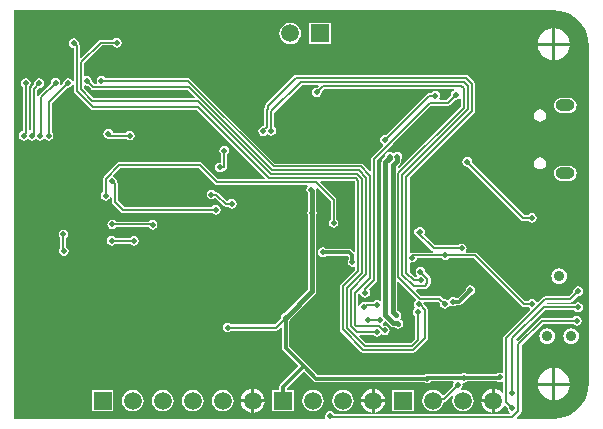
<source format=gbl>
G04*
G04 #@! TF.GenerationSoftware,Altium Limited,Altium Designer,19.0.14 (431)*
G04*
G04 Layer_Physical_Order=2*
G04 Layer_Color=16711680*
%FSAX25Y25*%
%MOIN*%
G70*
G01*
G75*
%ADD12C,0.01181*%
%ADD15C,0.00787*%
%ADD82C,0.00800*%
%ADD86C,0.00700*%
%ADD87C,0.01500*%
%ADD88R,0.05906X0.05906*%
%ADD89C,0.05906*%
%ADD90C,0.03543*%
%ADD91O,0.06299X0.03937*%
%ADD92C,0.01968*%
G36*
X0507344Y0420014D02*
X0507344Y0420014D01*
X0507344Y0420014D01*
X0509065Y0419878D01*
X0510834Y0419454D01*
X0512515Y0418758D01*
X0514066Y0417807D01*
X0515449Y0416626D01*
X0516630Y0415243D01*
X0517581Y0413692D01*
X0518277Y0412011D01*
X0518701Y0410243D01*
X0518837Y0408521D01*
X0518837Y0408521D01*
X0518837D01*
X0518841Y0408517D01*
X0518841Y0295349D01*
X0518837Y0295345D01*
X0518837Y0295345D01*
X0518837Y0295345D01*
X0518701Y0293624D01*
X0518277Y0291855D01*
X0517581Y0290174D01*
X0516630Y0288623D01*
X0515449Y0287240D01*
X0514066Y0286059D01*
X0512515Y0285108D01*
X0510834Y0284412D01*
X0509065Y0283988D01*
X0507344Y0283852D01*
X0507344Y0283852D01*
Y0283852D01*
X0507340Y0283848D01*
X0495065D01*
X0494874Y0284310D01*
X0496178Y0285614D01*
X0496399Y0285945D01*
X0496476Y0286335D01*
Y0308255D01*
X0503751Y0315529D01*
X0513716D01*
X0513798Y0315407D01*
X0514322Y0315056D01*
X0514940Y0314933D01*
X0515559Y0315056D01*
X0516083Y0315407D01*
X0516433Y0315931D01*
X0516556Y0316549D01*
X0516433Y0317167D01*
X0516083Y0317691D01*
X0515559Y0318041D01*
X0514940Y0318164D01*
X0514322Y0318041D01*
X0513798Y0317691D01*
X0513716Y0317568D01*
X0503328D01*
X0502938Y0317491D01*
X0502607Y0317270D01*
X0495169Y0309831D01*
X0494648Y0310017D01*
X0494608Y0310324D01*
X0504323Y0320038D01*
X0514099D01*
X0514181Y0319916D01*
X0514705Y0319566D01*
X0515323Y0319443D01*
X0515941Y0319566D01*
X0516465Y0319916D01*
X0516815Y0320440D01*
X0516938Y0321058D01*
X0516815Y0321676D01*
X0516465Y0322200D01*
X0515941Y0322550D01*
X0515323Y0322673D01*
X0514705Y0322550D01*
X0514181Y0322200D01*
X0514099Y0322077D01*
X0505377D01*
X0505110Y0322578D01*
X0505119Y0322591D01*
X0512653D01*
X0513044Y0322668D01*
X0513375Y0322889D01*
X0515277Y0324791D01*
X0515421Y0324763D01*
X0516039Y0324886D01*
X0516563Y0325236D01*
X0516914Y0325760D01*
X0517036Y0326378D01*
X0516914Y0326996D01*
X0516563Y0327520D01*
X0516039Y0327870D01*
X0515421Y0327993D01*
X0514803Y0327870D01*
X0514279Y0327520D01*
X0513929Y0326996D01*
X0513806Y0326378D01*
X0513835Y0326233D01*
X0512231Y0324630D01*
X0504227D01*
X0503837Y0324552D01*
X0503506Y0324331D01*
X0501935Y0322760D01*
X0501374Y0322906D01*
X0501111Y0323300D01*
X0500587Y0323650D01*
X0499968Y0323773D01*
X0499350Y0323650D01*
X0498826Y0323300D01*
X0498710Y0323126D01*
X0497602D01*
X0481756Y0338972D01*
X0481441Y0339182D01*
X0481071Y0339256D01*
X0478119D01*
X0477852Y0339756D01*
X0478036Y0340032D01*
X0478159Y0340650D01*
X0478036Y0341268D01*
X0477685Y0341792D01*
X0477161Y0342142D01*
X0476543Y0342265D01*
X0475925Y0342142D01*
X0475401Y0341792D01*
X0475315Y0341663D01*
X0467711D01*
X0463987Y0345387D01*
X0464158Y0345642D01*
X0464281Y0346260D01*
X0464158Y0346878D01*
X0463807Y0347402D01*
X0463283Y0347752D01*
X0462665Y0347875D01*
X0462047Y0347752D01*
X0461523Y0347402D01*
X0461400Y0347217D01*
X0461293Y0347196D01*
X0460965Y0346976D01*
X0460745Y0346648D01*
X0460668Y0346260D01*
X0460745Y0345872D01*
X0460965Y0345543D01*
X0466575Y0339933D01*
X0466840Y0339756D01*
X0466838Y0339509D01*
X0466757Y0339256D01*
X0460106D01*
X0459736Y0339182D01*
X0459648Y0339123D01*
X0459150Y0339418D01*
Y0364126D01*
X0480693Y0385669D01*
X0480914Y0385999D01*
X0480991Y0386389D01*
Y0395456D01*
X0480914Y0395846D01*
X0480693Y0396177D01*
X0478572Y0398298D01*
X0478241Y0398519D01*
X0477851Y0398597D01*
X0421431D01*
X0421041Y0398519D01*
X0420711Y0398298D01*
X0411157Y0388745D01*
X0410936Y0388414D01*
X0410858Y0388024D01*
Y0387500D01*
X0410717Y0387289D01*
X0410639Y0386899D01*
Y0381651D01*
X0410314Y0381326D01*
X0409790Y0381222D01*
X0409266Y0380871D01*
X0408915Y0380347D01*
X0408792Y0379729D01*
X0408915Y0379111D01*
X0409266Y0378587D01*
X0409790Y0378237D01*
X0410408Y0378114D01*
X0411026Y0378237D01*
X0411431Y0378508D01*
X0411917Y0378681D01*
X0412441Y0378330D01*
X0413059Y0378207D01*
X0413677Y0378330D01*
X0414201Y0378681D01*
X0414551Y0379205D01*
X0414674Y0379823D01*
X0414551Y0380441D01*
X0414201Y0380965D01*
X0414079Y0381047D01*
Y0385897D01*
X0423340Y0395158D01*
X0428670D01*
X0428861Y0394696D01*
X0428369Y0394203D01*
X0428217Y0394233D01*
X0427598Y0394110D01*
X0427074Y0393760D01*
X0426724Y0393236D01*
X0426601Y0392618D01*
X0426724Y0392000D01*
X0427074Y0391476D01*
X0427598Y0391126D01*
X0428217Y0391003D01*
X0428835Y0391126D01*
X0429359Y0391476D01*
X0429709Y0392000D01*
X0429832Y0392618D01*
X0429802Y0392770D01*
X0430802Y0393770D01*
X0473795D01*
X0473850Y0393618D01*
X0473878Y0393270D01*
X0473433Y0392973D01*
X0473082Y0392449D01*
X0472960Y0391831D01*
X0473000Y0391626D01*
X0471516Y0390142D01*
X0469359D01*
X0469092Y0390642D01*
X0469276Y0390917D01*
X0469399Y0391535D01*
X0469276Y0392154D01*
X0468926Y0392678D01*
X0468402Y0393028D01*
X0467783Y0393151D01*
X0467165Y0393028D01*
X0466641Y0392678D01*
X0466525Y0392504D01*
X0465618D01*
X0465247Y0392430D01*
X0464933Y0392220D01*
X0451158Y0378445D01*
X0450953Y0378485D01*
X0450335Y0378362D01*
X0449811Y0378012D01*
X0449460Y0377488D01*
X0449337Y0376870D01*
X0449460Y0376252D01*
X0449811Y0375728D01*
X0450159Y0375495D01*
X0450287Y0374916D01*
X0446610Y0371239D01*
X0446400Y0370925D01*
X0446326Y0370554D01*
Y0366493D01*
X0445864Y0366301D01*
X0443515Y0368650D01*
X0443201Y0368860D01*
X0442831Y0368933D01*
X0414393D01*
X0386087Y0397240D01*
X0385772Y0397450D01*
X0385402Y0397524D01*
X0357723D01*
X0357607Y0397697D01*
X0357083Y0398047D01*
X0356465Y0398170D01*
X0355846Y0398047D01*
X0355322Y0397697D01*
X0354972Y0397173D01*
X0354849Y0396555D01*
X0354968Y0395957D01*
X0354977Y0395868D01*
X0354714Y0395457D01*
X0354110D01*
X0353216Y0396350D01*
X0353257Y0396555D01*
X0353134Y0397173D01*
X0352784Y0397697D01*
X0352260Y0398047D01*
X0351642Y0398170D01*
X0351024Y0398047D01*
X0350971Y0398012D01*
X0350530Y0398248D01*
Y0402243D01*
X0356571Y0408283D01*
X0360259D01*
X0360440Y0408011D01*
X0360964Y0407661D01*
X0361583Y0407538D01*
X0362201Y0407661D01*
X0362725Y0408011D01*
X0363075Y0408535D01*
X0363198Y0409154D01*
X0363075Y0409772D01*
X0362725Y0410296D01*
X0362201Y0410646D01*
X0361583Y0410769D01*
X0360964Y0410646D01*
X0360440Y0410296D01*
X0360390Y0410221D01*
X0356169D01*
X0355799Y0410147D01*
X0355484Y0409937D01*
X0349692Y0404144D01*
X0349230Y0404335D01*
Y0408007D01*
X0349156Y0408377D01*
X0348946Y0408692D01*
X0348787Y0408850D01*
X0348828Y0409055D01*
X0348705Y0409673D01*
X0348355Y0410197D01*
X0347831Y0410547D01*
X0347213Y0410670D01*
X0346595Y0410547D01*
X0346070Y0410197D01*
X0345720Y0409673D01*
X0345597Y0409055D01*
X0345720Y0408437D01*
X0346070Y0407913D01*
X0346595Y0407563D01*
X0347213Y0407440D01*
X0347292Y0407374D01*
Y0396533D01*
X0347039Y0396451D01*
X0346792Y0396449D01*
X0346485Y0396910D01*
X0345961Y0397260D01*
X0345342Y0397383D01*
X0344724Y0397260D01*
X0344200Y0396910D01*
X0343850Y0396386D01*
X0343727Y0395768D01*
X0343742Y0395691D01*
X0343072Y0395021D01*
X0342997Y0395054D01*
X0342660Y0395316D01*
X0342762Y0395830D01*
X0342639Y0396448D01*
X0342289Y0396972D01*
X0341765Y0397322D01*
X0341147Y0397445D01*
X0340529Y0397322D01*
X0340005Y0396972D01*
X0339655Y0396448D01*
X0339532Y0395830D01*
X0339572Y0395625D01*
X0335602Y0391655D01*
X0335392Y0391341D01*
X0334894Y0391396D01*
Y0393496D01*
X0335492Y0394095D01*
X0335697Y0394054D01*
X0336315Y0394177D01*
X0336839Y0394527D01*
X0337189Y0395051D01*
X0337312Y0395669D01*
X0337189Y0396287D01*
X0336839Y0396812D01*
X0336315Y0397162D01*
X0335697Y0397285D01*
X0335079Y0397162D01*
X0334555Y0396812D01*
X0334205Y0396287D01*
X0334082Y0395669D01*
X0334122Y0395465D01*
X0333240Y0394583D01*
X0333030Y0394268D01*
X0332957Y0393898D01*
Y0380127D01*
X0332787Y0380011D01*
X0332287Y0380276D01*
Y0394445D01*
X0332410Y0394527D01*
X0332760Y0395051D01*
X0332883Y0395669D01*
X0332760Y0396287D01*
X0332410Y0396812D01*
X0331886Y0397162D01*
X0331268Y0397285D01*
X0330650Y0397162D01*
X0330125Y0396812D01*
X0329775Y0396287D01*
X0329652Y0395669D01*
X0329775Y0395051D01*
X0330125Y0394527D01*
X0330248Y0394445D01*
Y0379699D01*
X0329961Y0379642D01*
X0329436Y0379292D01*
X0329086Y0378768D01*
X0328963Y0378150D01*
X0329086Y0377532D01*
X0329436Y0377007D01*
X0329961Y0376657D01*
X0330579Y0376534D01*
X0331197Y0376657D01*
X0331631Y0376947D01*
X0331957Y0376983D01*
X0332282Y0376947D01*
X0332716Y0376657D01*
X0333335Y0376534D01*
X0333953Y0376657D01*
X0334477Y0377007D01*
X0334948D01*
X0335472Y0376657D01*
X0336090Y0376534D01*
X0336709Y0376657D01*
X0337233Y0377007D01*
X0337704D01*
X0338228Y0376657D01*
X0338846Y0376534D01*
X0339465Y0376657D01*
X0339989Y0377007D01*
X0340339Y0377532D01*
X0340462Y0378150D01*
X0340339Y0378768D01*
X0339989Y0379292D01*
X0339815Y0379408D01*
Y0389024D01*
X0345010Y0394219D01*
X0345342Y0394152D01*
X0345961Y0394275D01*
X0346485Y0394625D01*
X0346792Y0395086D01*
X0347039Y0395084D01*
X0347292Y0395003D01*
Y0393078D01*
X0347366Y0392707D01*
X0347576Y0392393D01*
X0352957Y0387012D01*
X0353271Y0386802D01*
X0353642Y0386728D01*
X0388343D01*
X0410876Y0364195D01*
X0410685Y0363733D01*
X0395282D01*
X0389827Y0369189D01*
X0389512Y0369399D01*
X0389142Y0369473D01*
X0362469D01*
X0362098Y0369399D01*
X0361784Y0369189D01*
X0357158Y0364563D01*
X0356948Y0364249D01*
X0356874Y0363878D01*
Y0359467D01*
X0356700Y0359351D01*
X0356350Y0358827D01*
X0356227Y0358209D01*
X0356350Y0357591D01*
X0356700Y0357066D01*
X0357224Y0356716D01*
X0357842Y0356593D01*
X0358461Y0356716D01*
X0358985Y0357066D01*
X0359335Y0357591D01*
X0359347Y0357653D01*
X0359847Y0357604D01*
Y0356227D01*
X0359925Y0355837D01*
X0360146Y0355507D01*
X0362827Y0352826D01*
X0363158Y0352605D01*
X0363548Y0352527D01*
X0393336D01*
X0393418Y0352405D01*
X0393942Y0352054D01*
X0394561Y0351932D01*
X0395179Y0352054D01*
X0395703Y0352405D01*
X0396053Y0352929D01*
X0396176Y0353547D01*
X0396053Y0354165D01*
X0395703Y0354689D01*
X0395179Y0355039D01*
X0394561Y0355162D01*
X0393942Y0355039D01*
X0393418Y0354689D01*
X0393336Y0354566D01*
X0363970D01*
X0361887Y0356650D01*
Y0362035D01*
X0361809Y0362425D01*
X0361588Y0362756D01*
X0361496Y0362847D01*
X0361525Y0362992D01*
X0361402Y0363610D01*
X0361052Y0364134D01*
X0360528Y0364485D01*
X0360457Y0364499D01*
X0360311Y0364977D01*
X0362870Y0367535D01*
X0388740D01*
X0394196Y0362080D01*
X0394510Y0361870D01*
X0394881Y0361796D01*
X0424930D01*
X0425057Y0361603D01*
X0425149Y0361296D01*
X0424854Y0360854D01*
X0424731Y0360236D01*
X0424854Y0359618D01*
X0425204Y0359094D01*
X0425265Y0359053D01*
Y0353351D01*
X0425149Y0353177D01*
X0425026Y0352559D01*
X0425149Y0351941D01*
X0425265Y0351767D01*
Y0326850D01*
X0417468Y0319053D01*
X0417264Y0319012D01*
X0416740Y0318662D01*
X0416390Y0318138D01*
X0416267Y0317520D01*
X0416297Y0317368D01*
X0414214Y0315285D01*
X0399721D01*
X0399634Y0315414D01*
X0399110Y0315764D01*
X0398492Y0315887D01*
X0397874Y0315764D01*
X0397350Y0315414D01*
X0397000Y0314890D01*
X0396877Y0314272D01*
X0397000Y0313653D01*
X0397350Y0313129D01*
X0397874Y0312779D01*
X0398492Y0312656D01*
X0399110Y0312779D01*
X0399634Y0313129D01*
X0399721Y0313259D01*
X0414634D01*
X0415022Y0313336D01*
X0415350Y0313555D01*
X0416206Y0314411D01*
X0416668Y0314220D01*
Y0307480D01*
X0416668Y0307480D01*
X0416760Y0307016D01*
X0417024Y0306622D01*
X0422169Y0301476D01*
X0416118Y0295425D01*
X0415855Y0295031D01*
X0415763Y0294567D01*
X0415763Y0294567D01*
Y0293415D01*
X0413424D01*
Y0286310D01*
X0420529D01*
Y0293415D01*
X0418190D01*
Y0294064D01*
X0423886Y0299760D01*
X0427260Y0296386D01*
X0427260Y0296386D01*
X0427654Y0296123D01*
X0428118Y0296030D01*
X0428118Y0296030D01*
X0464091D01*
X0464508Y0295752D01*
X0465126Y0295629D01*
X0465744Y0295752D01*
X0466268Y0296102D01*
X0466418Y0296325D01*
X0473629D01*
X0473896Y0295826D01*
X0473771Y0295639D01*
X0473649Y0295021D01*
X0473677Y0294877D01*
X0470586Y0291785D01*
X0470494Y0291761D01*
X0469947Y0291853D01*
X0469530Y0292396D01*
X0468788Y0292966D01*
X0467923Y0293323D01*
X0466996Y0293446D01*
X0466069Y0293323D01*
X0465204Y0292966D01*
X0464462Y0292396D01*
X0463893Y0291654D01*
X0463535Y0290790D01*
X0463413Y0289862D01*
X0463535Y0288935D01*
X0463893Y0288071D01*
X0464462Y0287328D01*
X0465204Y0286759D01*
X0466069Y0286401D01*
X0466996Y0286279D01*
X0467923Y0286401D01*
X0468788Y0286759D01*
X0469530Y0287328D01*
X0470099Y0288071D01*
X0470457Y0288935D01*
X0470521Y0289418D01*
X0470680D01*
X0471070Y0289496D01*
X0471401Y0289717D01*
X0473361Y0291676D01*
X0473785Y0291393D01*
X0473535Y0290790D01*
X0473413Y0289862D01*
X0473535Y0288935D01*
X0473893Y0288071D01*
X0474462Y0287328D01*
X0475204Y0286759D01*
X0476069Y0286401D01*
X0476996Y0286279D01*
X0477923Y0286401D01*
X0478788Y0286759D01*
X0479530Y0287328D01*
X0480099Y0288071D01*
X0480457Y0288935D01*
X0480580Y0289862D01*
X0480457Y0290790D01*
X0480099Y0291654D01*
X0479530Y0292396D01*
X0478788Y0292966D01*
X0477923Y0293323D01*
X0476996Y0293446D01*
X0476574Y0293390D01*
X0476393Y0293871D01*
X0476406Y0293879D01*
X0476756Y0294403D01*
X0476879Y0295021D01*
X0476775Y0295544D01*
X0476971Y0295839D01*
X0477127Y0295984D01*
X0477429Y0295924D01*
X0478047Y0296047D01*
X0478464Y0296325D01*
X0488401D01*
X0488524Y0296244D01*
X0489142Y0296121D01*
X0489760Y0296244D01*
X0489886Y0296328D01*
X0490386Y0296061D01*
Y0292715D01*
X0489912Y0292555D01*
X0489815Y0292681D01*
X0488989Y0293315D01*
X0488028Y0293713D01*
X0487496Y0293783D01*
Y0289862D01*
Y0285941D01*
X0488028Y0286011D01*
X0488989Y0286409D01*
X0489815Y0287043D01*
X0490449Y0287869D01*
X0490603Y0288241D01*
X0491093Y0288339D01*
X0491902Y0287530D01*
X0491857Y0287303D01*
X0491980Y0286685D01*
X0492330Y0286161D01*
X0492766Y0285870D01*
X0492712Y0285446D01*
X0492683Y0285370D01*
X0434163D01*
X0434145Y0285461D01*
X0433795Y0285985D01*
X0433271Y0286335D01*
X0432653Y0286458D01*
X0432035Y0286335D01*
X0431511Y0285985D01*
X0431161Y0285461D01*
X0431038Y0284843D01*
X0431136Y0284348D01*
X0430857Y0283848D01*
X0327429D01*
Y0420018D01*
X0507340Y0420018D01*
X0507344Y0420014D01*
D02*
G37*
G36*
X0351024Y0395063D02*
X0351642Y0394940D01*
X0351847Y0394981D01*
X0353024Y0393803D01*
X0353338Y0393593D01*
X0353709Y0393520D01*
X0385229D01*
X0387554Y0391194D01*
X0387363Y0390732D01*
X0353815D01*
X0350530Y0394017D01*
Y0394863D01*
X0350971Y0395098D01*
X0351024Y0395063D01*
D02*
G37*
G36*
X0475927Y0390564D02*
X0476148Y0390434D01*
Y0387950D01*
X0455633Y0367434D01*
X0455106Y0367615D01*
X0455072Y0367886D01*
X0456026Y0368840D01*
X0456026Y0368840D01*
X0456324Y0369287D01*
X0456429Y0369813D01*
Y0370366D01*
X0456613Y0370642D01*
X0456736Y0371260D01*
X0456613Y0371878D01*
X0456263Y0372402D01*
X0455739Y0372752D01*
X0455121Y0372875D01*
X0454503Y0372752D01*
X0453979Y0372402D01*
X0453694D01*
X0453170Y0372752D01*
X0452552Y0372875D01*
X0451934Y0372752D01*
X0451410Y0372402D01*
X0451060Y0371878D01*
X0450937Y0371260D01*
X0450950Y0371193D01*
X0450120Y0370363D01*
X0449822Y0369917D01*
X0449717Y0369390D01*
Y0323473D01*
X0449217Y0323206D01*
X0449012Y0323343D01*
X0448394Y0323466D01*
X0447776Y0323343D01*
X0447252Y0322993D01*
X0447170Y0322870D01*
X0444555D01*
X0444273Y0322814D01*
X0443965Y0322875D01*
X0443346Y0322752D01*
X0442822Y0322402D01*
X0442472Y0321878D01*
X0442382Y0321424D01*
X0441882Y0321474D01*
Y0325386D01*
X0442258Y0325762D01*
X0442800Y0325597D01*
X0442866Y0325268D01*
X0443216Y0324744D01*
X0443740Y0324394D01*
X0444358Y0324271D01*
X0444976Y0324394D01*
X0445500Y0324744D01*
X0445851Y0325268D01*
X0445973Y0325886D01*
X0445851Y0326504D01*
X0445524Y0326993D01*
X0447979Y0329448D01*
X0448189Y0329763D01*
X0448263Y0330133D01*
Y0370153D01*
X0452204Y0374094D01*
X0452439Y0374251D01*
X0453572Y0375384D01*
X0453729Y0375619D01*
X0466315Y0388205D01*
X0471917D01*
X0472288Y0388278D01*
X0472602Y0388488D01*
X0474370Y0390256D01*
X0474575Y0390215D01*
X0475193Y0390338D01*
X0475648Y0390643D01*
X0475927Y0390564D01*
D02*
G37*
G36*
X0441126Y0362784D02*
Y0339711D01*
X0440626Y0339504D01*
X0439902Y0340228D01*
X0439508Y0340492D01*
X0439043Y0340584D01*
X0439043Y0340584D01*
X0431318D01*
X0430902Y0340862D01*
X0430283Y0340985D01*
X0429665Y0340862D01*
X0429141Y0340512D01*
X0428791Y0339988D01*
X0428668Y0339370D01*
X0428791Y0338752D01*
X0429141Y0338228D01*
X0429665Y0337878D01*
X0430283Y0337755D01*
X0430902Y0337878D01*
X0431318Y0338156D01*
X0438541D01*
X0438912Y0337785D01*
Y0337157D01*
X0438634Y0336740D01*
X0438511Y0336122D01*
X0438634Y0335504D01*
X0438984Y0334980D01*
X0439508Y0334630D01*
X0440126Y0334507D01*
X0440626Y0334606D01*
X0441126Y0334329D01*
Y0333450D01*
X0436329Y0328652D01*
X0436119Y0328338D01*
X0436045Y0327968D01*
Y0313609D01*
X0436119Y0313238D01*
X0436329Y0312924D01*
X0443068Y0306184D01*
X0443382Y0305974D01*
X0443753Y0305901D01*
X0460448D01*
X0460819Y0305974D01*
X0461133Y0306184D01*
X0465024Y0310075D01*
X0465233Y0310389D01*
X0465307Y0310760D01*
Y0320225D01*
X0465233Y0320596D01*
X0465024Y0320910D01*
X0463863Y0322071D01*
X0463795Y0322414D01*
X0464088Y0322914D01*
X0468634D01*
X0469250Y0322298D01*
X0469219Y0322146D01*
X0469342Y0321528D01*
X0469693Y0321004D01*
X0470217Y0320653D01*
X0470835Y0320530D01*
X0471453Y0320653D01*
X0471977Y0321004D01*
X0472260Y0321427D01*
X0472340Y0321529D01*
X0472849Y0321589D01*
X0473071Y0321441D01*
X0473689Y0321318D01*
X0474307Y0321441D01*
X0474724Y0321719D01*
X0475657D01*
X0475658Y0321719D01*
X0476122Y0321812D01*
X0476516Y0322075D01*
X0479524Y0325083D01*
X0480016Y0325181D01*
X0480540Y0325531D01*
X0480890Y0326055D01*
X0481013Y0326673D01*
X0480890Y0327291D01*
X0480540Y0327815D01*
X0480016Y0328166D01*
X0479398Y0328289D01*
X0478780Y0328166D01*
X0478256Y0327815D01*
X0477905Y0327291D01*
X0477808Y0326800D01*
X0475155Y0324147D01*
X0474724D01*
X0474307Y0324425D01*
X0473689Y0324548D01*
X0473071Y0324425D01*
X0472547Y0324075D01*
X0472264Y0323652D01*
X0472183Y0323550D01*
X0471675Y0323490D01*
X0471453Y0323638D01*
X0470835Y0323761D01*
X0470682Y0323731D01*
X0469770Y0324643D01*
X0469441Y0324863D01*
X0469054Y0324940D01*
X0463076D01*
X0461462Y0326554D01*
X0461653Y0327016D01*
X0464150D01*
X0464540Y0327094D01*
X0464870Y0327314D01*
X0465847Y0328291D01*
X0466068Y0328622D01*
X0466146Y0329012D01*
Y0330554D01*
X0466068Y0330944D01*
X0465847Y0331275D01*
X0464357Y0332765D01*
X0464379Y0332874D01*
X0464256Y0333492D01*
X0463906Y0334016D01*
X0463382Y0334366D01*
X0462764Y0334489D01*
X0462146Y0334366D01*
X0461622Y0334016D01*
X0461271Y0333492D01*
X0461149Y0332874D01*
X0461271Y0332256D01*
X0461622Y0331732D01*
X0461498Y0331240D01*
X0461401Y0331124D01*
X0460867Y0331109D01*
X0459150Y0332825D01*
Y0335785D01*
X0459650Y0336078D01*
X0460115Y0335986D01*
X0460733Y0336109D01*
X0461257Y0336459D01*
X0461607Y0336983D01*
X0461674Y0337319D01*
X0469872D01*
X0469988Y0337145D01*
X0470512Y0336795D01*
X0471130Y0336672D01*
X0471748Y0336795D01*
X0472272Y0337145D01*
X0472388Y0337319D01*
X0480670D01*
X0496516Y0321473D01*
X0496830Y0321263D01*
X0497201Y0321189D01*
X0498710D01*
X0498826Y0321015D01*
X0499220Y0320752D01*
X0499366Y0320191D01*
X0490685Y0311509D01*
X0490463Y0311178D01*
X0490386Y0310788D01*
Y0299412D01*
X0489886Y0299144D01*
X0489760Y0299229D01*
X0489142Y0299352D01*
X0488524Y0299229D01*
X0487999Y0298878D01*
X0487916Y0298753D01*
X0478464D01*
X0478047Y0299032D01*
X0477429Y0299155D01*
X0476811Y0299032D01*
X0476394Y0298753D01*
X0465660D01*
X0465126Y0298859D01*
X0464508Y0298736D01*
X0464091Y0298458D01*
X0428621D01*
X0424744Y0302335D01*
X0424744Y0302335D01*
X0419096Y0307983D01*
Y0316485D01*
X0419374Y0316901D01*
X0419415Y0317106D01*
X0427615Y0325306D01*
X0427615Y0325306D01*
X0427913Y0325753D01*
X0428018Y0326279D01*
Y0351767D01*
X0428134Y0351941D01*
X0428257Y0352559D01*
X0428134Y0353177D01*
X0428018Y0353351D01*
Y0359941D01*
X0427961Y0360230D01*
X0427962Y0360236D01*
X0427946Y0360317D01*
X0428346Y0360865D01*
X0428468Y0360879D01*
X0432858Y0356489D01*
Y0350372D01*
X0432685Y0350256D01*
X0432334Y0349732D01*
X0432211Y0349114D01*
X0432334Y0348496D01*
X0432685Y0347972D01*
X0433209Y0347622D01*
X0433827Y0347499D01*
X0434445Y0347622D01*
X0434969Y0347972D01*
X0435319Y0348496D01*
X0435442Y0349114D01*
X0435319Y0349732D01*
X0434969Y0350256D01*
X0434795Y0350372D01*
Y0356890D01*
X0434722Y0357260D01*
X0434512Y0357575D01*
X0429452Y0362634D01*
X0429643Y0363096D01*
X0440814D01*
X0441126Y0362784D01*
D02*
G37*
G36*
X0461326Y0323824D02*
X0461263Y0323180D01*
X0461130Y0323091D01*
X0460779Y0322567D01*
X0460656Y0321949D01*
X0460779Y0321331D01*
X0460917Y0321125D01*
X0460796Y0320474D01*
X0460736Y0320433D01*
X0460386Y0319910D01*
X0460263Y0319291D01*
X0460386Y0318673D01*
X0460736Y0318149D01*
X0460909Y0318033D01*
Y0310539D01*
X0459508Y0309138D01*
X0444693D01*
X0442464Y0311366D01*
X0442656Y0311828D01*
X0447045D01*
X0447161Y0311655D01*
X0447685Y0311304D01*
X0448303Y0311181D01*
X0448921Y0311304D01*
X0449445Y0311655D01*
X0449779Y0312153D01*
X0449811D01*
X0450335Y0311803D01*
X0450953Y0311680D01*
X0451571Y0311803D01*
X0452095Y0312153D01*
X0452445Y0312677D01*
X0452568Y0313295D01*
X0452445Y0313913D01*
X0452095Y0314437D01*
X0451571Y0314788D01*
X0450953Y0314911D01*
X0450605Y0314841D01*
X0450352Y0315077D01*
X0450331Y0315592D01*
X0450681Y0316116D01*
X0450700Y0316208D01*
X0451178Y0316353D01*
X0452697Y0314834D01*
X0452697Y0314834D01*
X0453144Y0314535D01*
X0453671Y0314431D01*
X0454235D01*
X0454248Y0314411D01*
X0454772Y0314060D01*
X0455390Y0313937D01*
X0456008Y0314060D01*
X0456532Y0314411D01*
X0456883Y0314935D01*
X0457006Y0315553D01*
X0456883Y0316171D01*
X0456532Y0316695D01*
X0456285Y0316860D01*
X0456022Y0317088D01*
X0456158Y0317501D01*
X0456284Y0317689D01*
X0456407Y0318307D01*
X0456284Y0318925D01*
X0455934Y0319449D01*
X0455409Y0319799D01*
X0455099Y0319861D01*
X0454970Y0319990D01*
Y0329527D01*
X0455432Y0329718D01*
X0461326Y0323824D01*
D02*
G37*
%LPC*%
G36*
X0507752Y0413972D02*
Y0409161D01*
X0512563D01*
X0512445Y0410053D01*
X0511908Y0411350D01*
X0511054Y0412463D01*
X0509940Y0413318D01*
X0508643Y0413855D01*
X0507752Y0413972D01*
D02*
G37*
G36*
X0506752D02*
X0505860Y0413855D01*
X0504564Y0413318D01*
X0503450Y0412463D01*
X0502596Y0411350D01*
X0502059Y0410053D01*
X0501941Y0409161D01*
X0506752D01*
Y0413972D01*
D02*
G37*
G36*
X0432911Y0415856D02*
X0425806D01*
Y0408750D01*
X0432911D01*
Y0415856D01*
D02*
G37*
G36*
X0419358Y0415887D02*
X0418431Y0415765D01*
X0417567Y0415407D01*
X0416824Y0414837D01*
X0416255Y0414095D01*
X0415897Y0413231D01*
X0415775Y0412303D01*
X0415897Y0411376D01*
X0416255Y0410511D01*
X0416824Y0409769D01*
X0417567Y0409200D01*
X0418431Y0408842D01*
X0419358Y0408720D01*
X0420286Y0408842D01*
X0421150Y0409200D01*
X0421892Y0409769D01*
X0422462Y0410511D01*
X0422820Y0411376D01*
X0422942Y0412303D01*
X0422820Y0413231D01*
X0422462Y0414095D01*
X0421892Y0414837D01*
X0421150Y0415407D01*
X0420286Y0415765D01*
X0419358Y0415887D01*
D02*
G37*
G36*
X0512563Y0408161D02*
X0507752D01*
Y0403350D01*
X0508643Y0403468D01*
X0509940Y0404005D01*
X0511054Y0404859D01*
X0511908Y0405973D01*
X0512445Y0407270D01*
X0512563Y0408161D01*
D02*
G37*
G36*
X0506752D02*
X0501941D01*
X0502059Y0407270D01*
X0502596Y0405973D01*
X0503450Y0404859D01*
X0504564Y0404005D01*
X0505860Y0403468D01*
X0506752Y0403350D01*
Y0408161D01*
D02*
G37*
G36*
X0512270Y0390878D02*
X0509907D01*
X0509237Y0390790D01*
X0508612Y0390531D01*
X0508076Y0390119D01*
X0507664Y0389583D01*
X0507405Y0388958D01*
X0507317Y0388287D01*
X0507405Y0387617D01*
X0507664Y0386992D01*
X0508076Y0386455D01*
X0508612Y0386044D01*
X0509237Y0385785D01*
X0509907Y0385697D01*
X0512270D01*
X0512940Y0385785D01*
X0513565Y0386044D01*
X0514102Y0386455D01*
X0514513Y0386992D01*
X0514772Y0387617D01*
X0514860Y0388287D01*
X0514772Y0388958D01*
X0514513Y0389583D01*
X0514102Y0390119D01*
X0513565Y0390531D01*
X0512940Y0390790D01*
X0512270Y0390878D01*
D02*
G37*
G36*
X0502624Y0386946D02*
X0501852Y0386792D01*
X0501198Y0386355D01*
X0500761Y0385701D01*
X0500607Y0384929D01*
X0500761Y0384157D01*
X0501198Y0383503D01*
X0501852Y0383066D01*
X0502624Y0382912D01*
X0503396Y0383066D01*
X0504050Y0383503D01*
X0504487Y0384157D01*
X0504641Y0384929D01*
X0504487Y0385701D01*
X0504050Y0386355D01*
X0503396Y0386792D01*
X0502624Y0386946D01*
D02*
G37*
G36*
X0358728Y0380454D02*
X0358110Y0380331D01*
X0357586Y0379981D01*
X0357236Y0379457D01*
X0357113Y0378839D01*
X0357236Y0378220D01*
X0357586Y0377696D01*
X0358110Y0377346D01*
X0358728Y0377223D01*
X0359036Y0377285D01*
X0359319Y0377228D01*
X0364689D01*
X0364771Y0377106D01*
X0365295Y0376756D01*
X0365913Y0376633D01*
X0366531Y0376756D01*
X0367056Y0377106D01*
X0367406Y0377630D01*
X0367529Y0378248D01*
X0367406Y0378866D01*
X0367056Y0379390D01*
X0366531Y0379740D01*
X0365913Y0379863D01*
X0365295Y0379740D01*
X0364771Y0379390D01*
X0364689Y0379268D01*
X0360258D01*
X0360221Y0379457D01*
X0359871Y0379981D01*
X0359347Y0380331D01*
X0358728Y0380454D01*
D02*
G37*
G36*
X0397409Y0374844D02*
X0396791Y0374721D01*
X0396267Y0374371D01*
X0395917Y0373847D01*
X0395794Y0373228D01*
X0395917Y0372610D01*
X0396267Y0372086D01*
X0396390Y0372004D01*
Y0369529D01*
X0396003Y0369211D01*
X0395893Y0369233D01*
X0395274Y0369110D01*
X0394750Y0368760D01*
X0394400Y0368236D01*
X0394277Y0367618D01*
X0394400Y0367000D01*
X0394750Y0366476D01*
X0395274Y0366126D01*
X0395893Y0366003D01*
X0396511Y0366126D01*
X0397035Y0366476D01*
X0397117Y0366599D01*
X0397311D01*
X0397701Y0366676D01*
X0398032Y0366897D01*
X0398130Y0366996D01*
X0398351Y0367326D01*
X0398429Y0367717D01*
Y0372004D01*
X0398552Y0372086D01*
X0398902Y0372610D01*
X0399025Y0373228D01*
X0398902Y0373847D01*
X0398552Y0374371D01*
X0398028Y0374721D01*
X0397409Y0374844D01*
D02*
G37*
G36*
X0502624Y0371001D02*
X0501852Y0370847D01*
X0501198Y0370410D01*
X0500761Y0369756D01*
X0500607Y0368984D01*
X0500761Y0368213D01*
X0501198Y0367558D01*
X0501852Y0367121D01*
X0502624Y0366968D01*
X0503396Y0367121D01*
X0504050Y0367558D01*
X0504487Y0368213D01*
X0504641Y0368984D01*
X0504487Y0369756D01*
X0504050Y0370410D01*
X0503396Y0370847D01*
X0502624Y0371001D01*
D02*
G37*
G36*
X0512270Y0368240D02*
X0509907D01*
X0509237Y0368152D01*
X0508612Y0367893D01*
X0508076Y0367481D01*
X0507664Y0366945D01*
X0507405Y0366320D01*
X0507317Y0365650D01*
X0507405Y0364979D01*
X0507664Y0364354D01*
X0508076Y0363818D01*
X0508612Y0363406D01*
X0509237Y0363147D01*
X0509907Y0363059D01*
X0512270D01*
X0512940Y0363147D01*
X0513565Y0363406D01*
X0514102Y0363818D01*
X0514513Y0364354D01*
X0514772Y0364979D01*
X0514860Y0365650D01*
X0514772Y0366320D01*
X0514513Y0366945D01*
X0514102Y0367481D01*
X0513565Y0367893D01*
X0512940Y0368152D01*
X0512270Y0368240D01*
D02*
G37*
G36*
X0393137Y0360178D02*
X0392518Y0360055D01*
X0391995Y0359705D01*
X0391644Y0359181D01*
X0391521Y0358563D01*
X0391644Y0357945D01*
X0391995Y0357421D01*
X0392518Y0357071D01*
X0393137Y0356948D01*
X0393755Y0357071D01*
X0394279Y0357421D01*
X0394502Y0357443D01*
X0397127Y0354818D01*
X0397441Y0354608D01*
X0397812Y0354534D01*
X0398664D01*
X0398780Y0354361D01*
X0399304Y0354011D01*
X0399922Y0353888D01*
X0400540Y0354011D01*
X0401064Y0354361D01*
X0401414Y0354885D01*
X0401537Y0355503D01*
X0401414Y0356121D01*
X0401064Y0356645D01*
X0400540Y0356995D01*
X0399922Y0357118D01*
X0399304Y0356995D01*
X0398780Y0356645D01*
X0398694Y0356517D01*
X0398196Y0356488D01*
X0395437Y0359248D01*
X0395123Y0359458D01*
X0394752Y0359532D01*
X0394395D01*
X0394279Y0359705D01*
X0393755Y0360055D01*
X0393137Y0360178D01*
D02*
G37*
G36*
X0478396Y0371104D02*
X0477777Y0370981D01*
X0477253Y0370630D01*
X0476903Y0370106D01*
X0476780Y0369488D01*
X0476903Y0368870D01*
X0477253Y0368346D01*
X0477777Y0367996D01*
X0478396Y0367873D01*
X0478548Y0367903D01*
X0496380Y0350071D01*
X0496709Y0349851D01*
X0497096Y0349774D01*
X0498740D01*
X0498826Y0349645D01*
X0499350Y0349295D01*
X0499968Y0349172D01*
X0500587Y0349295D01*
X0501111Y0349645D01*
X0501461Y0350169D01*
X0501584Y0350787D01*
X0501461Y0351406D01*
X0501111Y0351930D01*
X0500587Y0352280D01*
X0499968Y0352403D01*
X0499350Y0352280D01*
X0498826Y0351930D01*
X0498740Y0351801D01*
X0497516D01*
X0479981Y0369336D01*
X0480011Y0369488D01*
X0479888Y0370106D01*
X0479538Y0370630D01*
X0479014Y0370981D01*
X0478396Y0371104D01*
D02*
G37*
G36*
X0360008Y0350237D02*
X0359390Y0350114D01*
X0358866Y0349764D01*
X0358516Y0349240D01*
X0358393Y0348622D01*
X0358516Y0348004D01*
X0358866Y0347480D01*
X0359390Y0347130D01*
X0360008Y0347007D01*
X0360626Y0347130D01*
X0361150Y0347480D01*
X0361266Y0347653D01*
X0372168D01*
X0372350Y0347381D01*
X0372874Y0347031D01*
X0373492Y0346908D01*
X0374110Y0347031D01*
X0374634Y0347381D01*
X0374985Y0347905D01*
X0375107Y0348524D01*
X0374985Y0349142D01*
X0374634Y0349666D01*
X0374110Y0350016D01*
X0373492Y0350139D01*
X0372874Y0350016D01*
X0372350Y0349666D01*
X0372300Y0349591D01*
X0361266D01*
X0361150Y0349764D01*
X0360626Y0350114D01*
X0360008Y0350237D01*
D02*
G37*
G36*
X0359815Y0344827D02*
X0359197Y0344704D01*
X0358673Y0344354D01*
X0358322Y0343830D01*
X0358199Y0343212D01*
X0358322Y0342594D01*
X0358673Y0342069D01*
X0359197Y0341719D01*
X0359815Y0341596D01*
X0360433Y0341719D01*
X0360957Y0342069D01*
X0361072Y0342242D01*
X0366032D01*
X0366149Y0342067D01*
X0366673Y0341716D01*
X0367291Y0341593D01*
X0367910Y0341716D01*
X0368433Y0342067D01*
X0368784Y0342590D01*
X0368907Y0343209D01*
X0368784Y0343827D01*
X0368433Y0344351D01*
X0367910Y0344701D01*
X0367291Y0344824D01*
X0366673Y0344701D01*
X0366149Y0344351D01*
X0366034Y0344179D01*
X0361074D01*
X0360957Y0344354D01*
X0360433Y0344704D01*
X0359815Y0344827D01*
D02*
G37*
G36*
X0343768Y0346891D02*
X0343150Y0346768D01*
X0342625Y0346418D01*
X0342275Y0345894D01*
X0342152Y0345276D01*
X0342275Y0344657D01*
X0342625Y0344133D01*
X0342799Y0344017D01*
Y0340871D01*
X0342472Y0340382D01*
X0342349Y0339764D01*
X0342472Y0339146D01*
X0342822Y0338622D01*
X0343346Y0338271D01*
X0343965Y0338148D01*
X0344583Y0338271D01*
X0345107Y0338622D01*
X0345457Y0339146D01*
X0345580Y0339764D01*
X0345457Y0340382D01*
X0345107Y0340906D01*
X0344736Y0341154D01*
Y0344017D01*
X0344910Y0344133D01*
X0345260Y0344657D01*
X0345383Y0345276D01*
X0345260Y0345894D01*
X0344910Y0346418D01*
X0344386Y0346768D01*
X0343768Y0346891D01*
D02*
G37*
G36*
X0509000Y0333959D02*
X0508332Y0333871D01*
X0507710Y0333613D01*
X0507175Y0333203D01*
X0506765Y0332668D01*
X0506507Y0332046D01*
X0506419Y0331378D01*
X0506507Y0330710D01*
X0506765Y0330088D01*
X0507175Y0329553D01*
X0507710Y0329143D01*
X0508332Y0328885D01*
X0509000Y0328797D01*
X0509668Y0328885D01*
X0510290Y0329143D01*
X0510825Y0329553D01*
X0511235Y0330088D01*
X0511493Y0330710D01*
X0511581Y0331378D01*
X0511493Y0332046D01*
X0511235Y0332668D01*
X0510825Y0333203D01*
X0510290Y0333613D01*
X0509668Y0333871D01*
X0509000Y0333959D01*
D02*
G37*
G36*
X0513000Y0313959D02*
X0512332Y0313871D01*
X0511710Y0313613D01*
X0511175Y0313203D01*
X0510765Y0312668D01*
X0510507Y0312046D01*
X0510419Y0311378D01*
X0510507Y0310710D01*
X0510765Y0310088D01*
X0511175Y0309553D01*
X0511710Y0309143D01*
X0512332Y0308885D01*
X0513000Y0308797D01*
X0513668Y0308885D01*
X0514290Y0309143D01*
X0514825Y0309553D01*
X0515235Y0310088D01*
X0515493Y0310710D01*
X0515581Y0311378D01*
X0515493Y0312046D01*
X0515235Y0312668D01*
X0514825Y0313203D01*
X0514290Y0313613D01*
X0513668Y0313871D01*
X0513000Y0313959D01*
D02*
G37*
G36*
X0505000Y0313959D02*
X0504332Y0313871D01*
X0503710Y0313613D01*
X0503175Y0313203D01*
X0502765Y0312668D01*
X0502507Y0312046D01*
X0502419Y0311378D01*
X0502507Y0310710D01*
X0502765Y0310088D01*
X0503175Y0309553D01*
X0503710Y0309143D01*
X0504332Y0308885D01*
X0505000Y0308797D01*
X0505668Y0308885D01*
X0506290Y0309143D01*
X0506825Y0309553D01*
X0507235Y0310088D01*
X0507493Y0310710D01*
X0507581Y0311378D01*
X0507493Y0312046D01*
X0507235Y0312668D01*
X0506825Y0313203D01*
X0506290Y0313613D01*
X0505668Y0313871D01*
X0505000Y0313959D01*
D02*
G37*
G36*
X0507752Y0300748D02*
Y0295937D01*
X0512563D01*
X0512445Y0296829D01*
X0511908Y0298125D01*
X0511054Y0299239D01*
X0509940Y0300093D01*
X0508644Y0300630D01*
X0507752Y0300748D01*
D02*
G37*
G36*
X0506752D02*
X0505860Y0300630D01*
X0504564Y0300093D01*
X0503450Y0299239D01*
X0502596Y0298125D01*
X0502059Y0296829D01*
X0501941Y0295937D01*
X0506752D01*
Y0300748D01*
D02*
G37*
G36*
X0486496Y0293783D02*
X0485964Y0293713D01*
X0485003Y0293315D01*
X0484177Y0292681D01*
X0483543Y0291856D01*
X0483145Y0290894D01*
X0483075Y0290362D01*
X0486496D01*
Y0293783D01*
D02*
G37*
G36*
X0447476D02*
Y0290362D01*
X0450897D01*
X0450827Y0290894D01*
X0450429Y0291856D01*
X0449795Y0292681D01*
X0448970Y0293315D01*
X0448008Y0293713D01*
X0447476Y0293783D01*
D02*
G37*
G36*
X0446476D02*
X0445944Y0293713D01*
X0444983Y0293315D01*
X0444157Y0292681D01*
X0443524Y0291856D01*
X0443125Y0290894D01*
X0443055Y0290362D01*
X0446476D01*
Y0293783D01*
D02*
G37*
G36*
X0407417D02*
Y0290362D01*
X0410838D01*
X0410768Y0290894D01*
X0410370Y0291856D01*
X0409736Y0292681D01*
X0408911Y0293315D01*
X0407949Y0293713D01*
X0407417Y0293783D01*
D02*
G37*
G36*
X0406417D02*
X0405885Y0293713D01*
X0404924Y0293315D01*
X0404098Y0292681D01*
X0403465Y0291856D01*
X0403066Y0290894D01*
X0402996Y0290362D01*
X0406417D01*
Y0293783D01*
D02*
G37*
G36*
X0512563Y0294937D02*
X0507752D01*
Y0290126D01*
X0508644Y0290244D01*
X0509940Y0290781D01*
X0511054Y0291635D01*
X0511908Y0292749D01*
X0512445Y0294045D01*
X0512563Y0294937D01*
D02*
G37*
G36*
X0506752D02*
X0501941D01*
X0502059Y0294045D01*
X0502596Y0292749D01*
X0503450Y0291635D01*
X0504564Y0290781D01*
X0505860Y0290244D01*
X0506752Y0290126D01*
Y0294937D01*
D02*
G37*
G36*
X0460549Y0293415D02*
X0453443D01*
Y0286310D01*
X0460549D01*
Y0293415D01*
D02*
G37*
G36*
X0360470D02*
X0353364D01*
Y0286310D01*
X0360470D01*
Y0293415D01*
D02*
G37*
G36*
X0436976Y0293446D02*
X0436049Y0293323D01*
X0435185Y0292966D01*
X0434443Y0292396D01*
X0433873Y0291654D01*
X0433515Y0290790D01*
X0433393Y0289862D01*
X0433515Y0288935D01*
X0433873Y0288071D01*
X0434443Y0287328D01*
X0435185Y0286759D01*
X0436049Y0286401D01*
X0436976Y0286279D01*
X0437904Y0286401D01*
X0438768Y0286759D01*
X0439510Y0287328D01*
X0440080Y0288071D01*
X0440438Y0288935D01*
X0440560Y0289862D01*
X0440438Y0290790D01*
X0440080Y0291654D01*
X0439510Y0292396D01*
X0438768Y0292966D01*
X0437904Y0293323D01*
X0436976Y0293446D01*
D02*
G37*
G36*
X0426976D02*
X0426049Y0293323D01*
X0425185Y0292966D01*
X0424442Y0292396D01*
X0423873Y0291654D01*
X0423515Y0290790D01*
X0423393Y0289862D01*
X0423515Y0288935D01*
X0423873Y0288071D01*
X0424442Y0287328D01*
X0425185Y0286759D01*
X0426049Y0286401D01*
X0426976Y0286279D01*
X0427904Y0286401D01*
X0428768Y0286759D01*
X0429510Y0287328D01*
X0430080Y0288071D01*
X0430438Y0288935D01*
X0430560Y0289862D01*
X0430438Y0290790D01*
X0430080Y0291654D01*
X0429510Y0292396D01*
X0428768Y0292966D01*
X0427904Y0293323D01*
X0426976Y0293446D01*
D02*
G37*
G36*
X0396917D02*
X0395990Y0293323D01*
X0395126Y0292966D01*
X0394384Y0292396D01*
X0393814Y0291654D01*
X0393456Y0290790D01*
X0393334Y0289862D01*
X0393456Y0288935D01*
X0393814Y0288071D01*
X0394384Y0287328D01*
X0395126Y0286759D01*
X0395990Y0286401D01*
X0396917Y0286279D01*
X0397845Y0286401D01*
X0398709Y0286759D01*
X0399451Y0287328D01*
X0400021Y0288071D01*
X0400379Y0288935D01*
X0400501Y0289862D01*
X0400379Y0290790D01*
X0400021Y0291654D01*
X0399451Y0292396D01*
X0398709Y0292966D01*
X0397845Y0293323D01*
X0396917Y0293446D01*
D02*
G37*
G36*
X0386917D02*
X0385990Y0293323D01*
X0385126Y0292966D01*
X0384383Y0292396D01*
X0383814Y0291654D01*
X0383456Y0290790D01*
X0383334Y0289862D01*
X0383456Y0288935D01*
X0383814Y0288071D01*
X0384383Y0287328D01*
X0385126Y0286759D01*
X0385990Y0286401D01*
X0386917Y0286279D01*
X0387845Y0286401D01*
X0388709Y0286759D01*
X0389451Y0287328D01*
X0390021Y0288071D01*
X0390379Y0288935D01*
X0390501Y0289862D01*
X0390379Y0290790D01*
X0390021Y0291654D01*
X0389451Y0292396D01*
X0388709Y0292966D01*
X0387845Y0293323D01*
X0386917Y0293446D01*
D02*
G37*
G36*
X0376917D02*
X0375990Y0293323D01*
X0375126Y0292966D01*
X0374383Y0292396D01*
X0373814Y0291654D01*
X0373456Y0290790D01*
X0373334Y0289862D01*
X0373456Y0288935D01*
X0373814Y0288071D01*
X0374383Y0287328D01*
X0375126Y0286759D01*
X0375990Y0286401D01*
X0376917Y0286279D01*
X0377845Y0286401D01*
X0378709Y0286759D01*
X0379451Y0287328D01*
X0380021Y0288071D01*
X0380379Y0288935D01*
X0380501Y0289862D01*
X0380379Y0290790D01*
X0380021Y0291654D01*
X0379451Y0292396D01*
X0378709Y0292966D01*
X0377845Y0293323D01*
X0376917Y0293446D01*
D02*
G37*
G36*
X0366917D02*
X0365990Y0293323D01*
X0365126Y0292966D01*
X0364383Y0292396D01*
X0363814Y0291654D01*
X0363456Y0290790D01*
X0363334Y0289862D01*
X0363456Y0288935D01*
X0363814Y0288071D01*
X0364383Y0287328D01*
X0365126Y0286759D01*
X0365990Y0286401D01*
X0366917Y0286279D01*
X0367845Y0286401D01*
X0368709Y0286759D01*
X0369451Y0287328D01*
X0370021Y0288071D01*
X0370379Y0288935D01*
X0370501Y0289862D01*
X0370379Y0290790D01*
X0370021Y0291654D01*
X0369451Y0292396D01*
X0368709Y0292966D01*
X0367845Y0293323D01*
X0366917Y0293446D01*
D02*
G37*
G36*
X0486496Y0289362D02*
X0483075D01*
X0483145Y0288830D01*
X0483543Y0287869D01*
X0484177Y0287043D01*
X0485003Y0286409D01*
X0485964Y0286011D01*
X0486496Y0285941D01*
Y0289362D01*
D02*
G37*
G36*
X0450897D02*
X0447476D01*
Y0285941D01*
X0448008Y0286011D01*
X0448970Y0286409D01*
X0449795Y0287043D01*
X0450429Y0287869D01*
X0450827Y0288830D01*
X0450897Y0289362D01*
D02*
G37*
G36*
X0446476D02*
X0443055D01*
X0443125Y0288830D01*
X0443524Y0287869D01*
X0444157Y0287043D01*
X0444983Y0286409D01*
X0445944Y0286011D01*
X0446476Y0285941D01*
Y0289362D01*
D02*
G37*
G36*
X0410838D02*
X0407417D01*
Y0285941D01*
X0407949Y0286011D01*
X0408911Y0286409D01*
X0409736Y0287043D01*
X0410370Y0287869D01*
X0410768Y0288830D01*
X0410838Y0289362D01*
D02*
G37*
G36*
X0406417D02*
X0402996D01*
X0403066Y0288830D01*
X0403465Y0287869D01*
X0404098Y0287043D01*
X0404924Y0286409D01*
X0405885Y0286011D01*
X0406417Y0285941D01*
Y0289362D01*
D02*
G37*
%LPD*%
D12*
X0428118Y0297244D02*
X0465126D01*
X0423886Y0301476D02*
X0428118Y0297244D01*
X0440126Y0336122D02*
Y0338287D01*
X0439043Y0339370D02*
X0440126Y0338287D01*
X0488945Y0297539D02*
X0489142Y0297736D01*
X0477429Y0297539D02*
X0488945D01*
X0417882Y0307480D02*
X0423886Y0301476D01*
X0416976Y0294567D02*
X0423886Y0301476D01*
X0416976Y0289862D02*
Y0294567D01*
X0430283Y0339370D02*
X0439043D01*
X0473689Y0322933D02*
X0475658D01*
X0479398Y0326673D01*
X0417882Y0307480D02*
Y0317520D01*
X0465126Y0297244D02*
X0465421Y0297539D01*
X0477429D01*
D15*
X0477161Y0387530D02*
Y0394067D01*
X0455337Y0365706D02*
X0477161Y0387530D01*
X0455337Y0331246D02*
Y0365706D01*
X0476445Y0394783D02*
X0477161Y0394067D01*
X0430382Y0394783D02*
X0476445D01*
X0461681Y0346260D02*
X0467291Y0340650D01*
X0455337Y0331246D02*
X0462656Y0323927D01*
X0461681Y0346260D02*
X0462665D01*
X0462656Y0323927D02*
X0469054D01*
X0470835Y0322146D01*
X0428217Y0392618D02*
X0430382Y0394783D01*
X0497096Y0350787D02*
X0499968D01*
X0478396Y0369488D02*
X0497096Y0350787D01*
X0414634Y0314272D02*
X0417882Y0317520D01*
X0398492Y0314272D02*
X0414634D01*
X0467291Y0340650D02*
X0476543D01*
D82*
X0477851Y0397577D02*
X0479972Y0395456D01*
Y0386389D02*
Y0395456D01*
X0458131Y0364548D02*
X0479972Y0386389D01*
X0477271Y0396177D02*
X0478572Y0394876D01*
Y0386969D02*
Y0394876D01*
X0456731Y0365128D02*
X0478572Y0386969D01*
X0395893Y0367618D02*
X0397311D01*
X0397409Y0367717D01*
X0458131Y0332403D02*
Y0364548D01*
X0456731Y0331823D02*
X0460518Y0328035D01*
X0456731Y0331823D02*
Y0365128D01*
X0458131Y0332403D02*
X0460514Y0330020D01*
X0462854D01*
X0421431Y0397577D02*
X0477851D01*
X0411878Y0388024D02*
X0421431Y0397577D01*
X0411878Y0387118D02*
Y0388024D01*
X0411659Y0386899D02*
X0411878Y0387118D01*
X0411659Y0381229D02*
Y0386899D01*
X0410408Y0379978D02*
X0411659Y0381229D01*
X0410408Y0379729D02*
Y0379978D01*
X0413059Y0379823D02*
Y0386319D01*
X0422917Y0396177D01*
X0477271D01*
X0460518Y0328035D02*
X0464150D01*
X0465126Y0329012D01*
Y0330554D01*
X0462806Y0332874D02*
X0465126Y0330554D01*
X0462764Y0332874D02*
X0462806D01*
X0397409Y0367717D02*
Y0373228D01*
X0470680Y0290438D02*
X0475264Y0295021D01*
X0467571Y0290438D02*
X0470680D01*
X0466996Y0289862D02*
X0467571Y0290438D01*
X0331268Y0379155D02*
Y0395669D01*
X0330579Y0378150D02*
Y0378466D01*
X0331268Y0379155D01*
X0503328Y0316549D02*
X0514940D01*
X0495457Y0308677D02*
X0503328Y0316549D01*
X0503900Y0321058D02*
X0515323D01*
X0493472Y0310630D02*
X0503900Y0321058D01*
X0493472Y0292520D02*
Y0310630D01*
X0491405Y0289469D02*
Y0310788D01*
X0504227Y0323610D02*
X0512653D01*
X0491405Y0310788D02*
X0504227Y0323610D01*
X0512653D02*
X0515421Y0326378D01*
X0493472Y0287303D02*
Y0287402D01*
X0491405Y0289469D02*
X0493472Y0287402D01*
X0495457Y0286335D02*
Y0308677D01*
X0493472Y0284350D02*
X0495457Y0286335D01*
X0433145Y0284350D02*
X0493472D01*
X0432653Y0284843D02*
X0433145Y0284350D01*
X0358728Y0378839D02*
X0359319Y0378248D01*
X0365913D01*
X0360867Y0356227D02*
X0363548Y0353547D01*
X0394561D01*
X0449089Y0316634D02*
X0449189Y0316734D01*
X0359909Y0362992D02*
X0360867Y0362035D01*
Y0356227D02*
Y0362035D01*
X0445146Y0316634D02*
X0449089D01*
X0443965Y0321260D02*
X0444555Y0321850D01*
X0448394D01*
D86*
X0452887Y0376147D02*
X0465913Y0389173D01*
X0452887Y0376069D02*
Y0376147D01*
X0451754Y0374936D02*
X0452887Y0376069D01*
X0451676Y0374936D02*
X0451754D01*
X0447295Y0370554D02*
X0451676Y0374936D01*
X0465913Y0389173D02*
X0471917D01*
X0447295Y0330133D02*
Y0370554D01*
X0385630Y0394488D02*
X0413453Y0366665D01*
X0353709Y0394488D02*
X0385630D01*
X0347213Y0409055D02*
X0348261Y0408007D01*
Y0393078D02*
Y0408007D01*
Y0393078D02*
X0353642Y0387697D01*
X0336287Y0390970D02*
X0341147Y0395830D01*
X0336287Y0378346D02*
Y0390970D01*
X0333236Y0378150D02*
X0333925Y0378839D01*
Y0393898D02*
X0335697Y0395669D01*
X0333925Y0378839D02*
Y0393898D01*
X0394881Y0362765D02*
X0427952D01*
X0389142Y0368504D02*
X0394881Y0362765D01*
X0444358Y0327197D02*
X0447295Y0330133D01*
X0444358Y0325886D02*
Y0327197D01*
X0445995Y0330869D02*
Y0364801D01*
X0440913Y0325787D02*
X0445995Y0330869D01*
X0439613Y0326890D02*
X0444695Y0331972D01*
X0439613Y0314686D02*
Y0326890D01*
X0441438Y0314700D02*
X0446059D01*
X0440913Y0315224D02*
X0441438Y0314700D01*
X0440913Y0315224D02*
Y0325787D01*
X0444291Y0308169D02*
X0459909D01*
X0464339Y0310760D02*
Y0320225D01*
X0460448Y0306869D02*
X0464339Y0310760D01*
X0442831Y0367965D02*
X0445995Y0364801D01*
X0413992Y0367965D02*
X0442831D01*
X0385402Y0396555D02*
X0413992Y0367965D01*
X0442292Y0366665D02*
X0444695Y0364262D01*
X0413453Y0366665D02*
X0442292D01*
X0441753Y0365365D02*
X0443395Y0363724D01*
X0412915Y0365365D02*
X0441753D01*
X0388516Y0389764D02*
X0412915Y0365365D01*
X0441215Y0364065D02*
X0442095Y0363185D01*
X0412376Y0364065D02*
X0441215D01*
X0388744Y0387697D02*
X0412376Y0364065D01*
X0427952Y0362765D02*
X0433827Y0356890D01*
X0393137Y0358563D02*
X0394752D01*
X0397812Y0355503D01*
X0460115Y0337601D02*
Y0338279D01*
X0444695Y0331972D02*
Y0364262D01*
X0443395Y0332510D02*
Y0363724D01*
X0438313Y0327429D02*
X0443395Y0332510D01*
X0442095Y0333049D02*
Y0363185D01*
X0437013Y0327968D02*
X0442095Y0333049D01*
X0460106Y0338287D02*
X0460115Y0338279D01*
X0362469Y0368504D02*
X0389142D01*
X0433827Y0349114D02*
Y0356890D01*
X0465618Y0391535D02*
X0467783D01*
X0450953Y0376870D02*
X0465618Y0391535D01*
X0338846Y0389425D02*
X0345189Y0395768D01*
X0338846Y0378150D02*
Y0389425D01*
X0345189Y0395768D02*
X0345342D01*
X0359816Y0343210D02*
X0367290D01*
X0367291Y0343209D01*
X0471917Y0389173D02*
X0474575Y0391831D01*
X0336090Y0378150D02*
X0336287Y0378346D01*
X0333236Y0378150D02*
X0333335D01*
X0497201Y0322158D02*
X0499968D01*
X0437013Y0313609D02*
Y0327968D01*
X0438313Y0314147D02*
Y0327429D01*
X0356465Y0396555D02*
X0385402D01*
X0353413Y0389764D02*
X0388516D01*
X0443753Y0306869D02*
X0460448D01*
X0437013Y0313609D02*
X0443753Y0306869D01*
X0353642Y0387697D02*
X0388744D01*
X0438313Y0314147D02*
X0444291Y0308169D01*
X0439613Y0314686D02*
X0441503Y0312797D01*
X0359815Y0343212D02*
X0359816Y0343210D01*
X0397812Y0355503D02*
X0399922D01*
X0471130Y0338287D02*
X0481071D01*
X0460106D02*
X0471130D01*
X0481071D02*
X0497201Y0322158D01*
X0462615Y0321949D02*
X0464339Y0320225D01*
X0462272Y0321949D02*
X0462615D01*
X0349561Y0393616D02*
Y0402644D01*
X0356169Y0409252D01*
X0349561Y0393616D02*
X0353413Y0389764D01*
X0361484Y0409252D02*
X0361583Y0409154D01*
X0356169Y0409252D02*
X0361484D01*
X0459909Y0308169D02*
X0461878Y0310138D01*
Y0319291D01*
X0441503Y0312797D02*
X0448303D01*
X0351642Y0396555D02*
X0353709Y0394488D01*
X0446059Y0314700D02*
X0446090Y0314731D01*
X0449104D01*
X0450008Y0313827D01*
X0450077D01*
X0450609Y0313295D01*
X0450953D01*
X0373394Y0348622D02*
X0373492Y0348524D01*
X0360008Y0348622D02*
X0373394D01*
X0357842Y0363878D02*
X0362469Y0368504D01*
X0357842Y0358209D02*
Y0363878D01*
X0343768Y0339961D02*
Y0345276D01*
Y0339961D02*
X0343965Y0339764D01*
D87*
X0453593Y0368354D02*
X0455052Y0369813D01*
X0453593Y0319420D02*
Y0368354D01*
Y0319420D02*
X0454706Y0318307D01*
X0454791D01*
X0451093Y0369390D02*
X0452552Y0370849D01*
X0451093Y0318385D02*
Y0369390D01*
Y0318385D02*
X0453671Y0315807D01*
X0455009D01*
X0455264Y0315553D01*
X0455390D01*
X0452552Y0370849D02*
Y0371260D01*
X0455052Y0369813D02*
Y0371191D01*
X0455121Y0371260D01*
X0426642Y0352559D02*
Y0359941D01*
Y0326279D02*
Y0352559D01*
X0426346Y0360236D02*
X0426642Y0359941D01*
X0417882Y0317520D02*
X0426642Y0326279D01*
D88*
X0429358Y0412303D02*
D03*
X0356917Y0289862D02*
D03*
X0456996D02*
D03*
X0416976D02*
D03*
D89*
X0419358Y0412303D02*
D03*
X0366917Y0289862D02*
D03*
X0376917D02*
D03*
X0386917D02*
D03*
X0396917D02*
D03*
X0406917D02*
D03*
X0486996D02*
D03*
X0476996D02*
D03*
X0466996D02*
D03*
X0446976D02*
D03*
X0436976D02*
D03*
X0426976D02*
D03*
D90*
X0505000Y0311378D02*
D03*
X0513000Y0311378D02*
D03*
X0509000Y0331378D02*
D03*
D91*
X0511089Y0365650D02*
D03*
Y0388287D02*
D03*
D92*
X0328610Y0303051D02*
D03*
Y0300787D02*
D03*
Y0298524D02*
D03*
Y0296260D02*
D03*
Y0293996D02*
D03*
Y0291732D02*
D03*
Y0289469D02*
D03*
Y0287205D02*
D03*
Y0284941D02*
D03*
Y0326083D02*
D03*
Y0328346D02*
D03*
Y0330610D02*
D03*
Y0332874D02*
D03*
Y0335138D02*
D03*
Y0337402D02*
D03*
Y0339665D02*
D03*
Y0341929D02*
D03*
Y0344193D02*
D03*
Y0346457D02*
D03*
Y0348721D02*
D03*
Y0350984D02*
D03*
Y0353248D02*
D03*
Y0355512D02*
D03*
Y0357776D02*
D03*
Y0360039D02*
D03*
Y0362303D02*
D03*
Y0364567D02*
D03*
Y0366831D02*
D03*
Y0369094D02*
D03*
Y0371358D02*
D03*
Y0373622D02*
D03*
X0329496Y0323622D02*
D03*
X0332154D02*
D03*
X0334909Y0323524D02*
D03*
X0338158Y0319783D02*
D03*
X0342488Y0311910D02*
D03*
X0343374Y0309252D02*
D03*
X0333502Y0306820D02*
D03*
X0335613Y0304732D02*
D03*
X0338089Y0303095D02*
D03*
X0341016Y0303590D02*
D03*
X0340682Y0309232D02*
D03*
X0338094Y0316782D02*
D03*
X0358335Y0370768D02*
D03*
X0355185Y0374803D02*
D03*
X0347114D02*
D03*
X0421622Y0370374D02*
D03*
X0415717Y0370472D02*
D03*
X0395893Y0367618D02*
D03*
X0393137Y0358563D02*
D03*
X0515748Y0330709D02*
D03*
X0511811Y0307087D02*
D03*
X0503937D02*
D03*
X0496063Y0385827D02*
D03*
Y0338583D02*
D03*
X0492126Y0409449D02*
D03*
X0488189Y0401575D02*
D03*
Y0385827D02*
D03*
Y0370079D02*
D03*
Y0354331D02*
D03*
X0480315Y0401575D02*
D03*
X0484252Y0346457D02*
D03*
X0480315Y0307087D02*
D03*
X0472441Y0370079D02*
D03*
Y0354331D02*
D03*
X0468504Y0362205D02*
D03*
Y0346457D02*
D03*
X0464567Y0307087D02*
D03*
X0460630Y0409449D02*
D03*
X0456693Y0401575D02*
D03*
Y0385827D02*
D03*
X0460630Y0362205D02*
D03*
X0452756Y0409449D02*
D03*
X0444882D02*
D03*
Y0377953D02*
D03*
X0437008Y0409449D02*
D03*
X0433071Y0401575D02*
D03*
X0437008Y0377953D02*
D03*
X0417323Y0401575D02*
D03*
X0413386Y0346457D02*
D03*
X0401575Y0291339D02*
D03*
X0393701Y0307087D02*
D03*
X0389764Y0409449D02*
D03*
Y0362205D02*
D03*
Y0346457D02*
D03*
X0385827Y0338583D02*
D03*
X0389764Y0330709D02*
D03*
X0385827Y0307087D02*
D03*
X0381890Y0409449D02*
D03*
Y0377953D02*
D03*
Y0362205D02*
D03*
Y0346457D02*
D03*
X0377953Y0338583D02*
D03*
X0381890Y0330709D02*
D03*
X0377953Y0307087D02*
D03*
X0374016Y0409449D02*
D03*
Y0377953D02*
D03*
Y0362205D02*
D03*
X0370079Y0338583D02*
D03*
X0374016Y0330709D02*
D03*
X0370079Y0307087D02*
D03*
X0366142Y0409449D02*
D03*
Y0330709D02*
D03*
X0362205Y0307087D02*
D03*
Y0291339D02*
D03*
X0358268Y0330709D02*
D03*
Y0299213D02*
D03*
X0350394Y0409449D02*
D03*
X0346457Y0291339D02*
D03*
X0342520Y0409449D02*
D03*
Y0314961D02*
D03*
Y0299213D02*
D03*
X0338583Y0291339D02*
D03*
X0334646Y0409449D02*
D03*
X0330709Y0370079D02*
D03*
Y0354331D02*
D03*
Y0338583D02*
D03*
X0334646Y0299213D02*
D03*
X0428183Y0317421D02*
D03*
X0472213Y0333563D02*
D03*
X0480677Y0313681D02*
D03*
X0413650Y0317421D02*
D03*
X0460115Y0337601D02*
D03*
X0440126Y0336122D02*
D03*
X0462665Y0346260D02*
D03*
X0410408Y0379729D02*
D03*
X0413059Y0379823D02*
D03*
X0462764Y0332874D02*
D03*
X0462854Y0330020D02*
D03*
X0428217Y0392618D02*
D03*
X0470835Y0322146D02*
D03*
X0433827Y0349114D02*
D03*
X0397409Y0373228D02*
D03*
X0450953Y0376870D02*
D03*
X0420024Y0384024D02*
D03*
Y0388024D02*
D03*
X0423024Y0384024D02*
D03*
Y0388024D02*
D03*
X0475264Y0295021D02*
D03*
X0331268Y0395669D02*
D03*
X0345342Y0395768D02*
D03*
X0341147Y0395830D02*
D03*
X0335697Y0395669D02*
D03*
X0367291Y0343209D02*
D03*
X0485303Y0384055D02*
D03*
X0499968Y0350787D02*
D03*
X0478396Y0369488D02*
D03*
X0474575Y0391831D02*
D03*
X0467783Y0391535D02*
D03*
X0336090Y0378150D02*
D03*
X0338846D02*
D03*
X0333335D02*
D03*
X0330579D02*
D03*
X0493472Y0287303D02*
D03*
Y0292520D02*
D03*
X0515323Y0321058D02*
D03*
X0515421Y0326378D02*
D03*
X0514940Y0316549D02*
D03*
X0489142Y0297736D02*
D03*
X0432653Y0284843D02*
D03*
X0452552Y0371260D02*
D03*
X0430283Y0339370D02*
D03*
X0426642Y0352559D02*
D03*
X0426346Y0360236D02*
D03*
X0398492Y0314272D02*
D03*
X0476543Y0340650D02*
D03*
X0473689Y0322933D02*
D03*
X0479398Y0326673D02*
D03*
X0417882Y0317520D02*
D03*
X0465126Y0297244D02*
D03*
X0477429Y0297539D02*
D03*
X0358728Y0378839D02*
D03*
X0365913Y0378248D02*
D03*
X0359815Y0343212D02*
D03*
X0394561Y0353547D02*
D03*
X0399922Y0355503D02*
D03*
X0444358Y0325886D02*
D03*
X0471130Y0338287D02*
D03*
X0499968Y0322158D02*
D03*
X0347213Y0409055D02*
D03*
X0361583Y0409154D02*
D03*
X0462272Y0321949D02*
D03*
X0461878Y0319291D02*
D03*
X0449189Y0316734D02*
D03*
X0351642Y0396555D02*
D03*
X0356465D02*
D03*
X0448303Y0312797D02*
D03*
X0450953Y0313295D02*
D03*
X0373492Y0348524D02*
D03*
X0360008Y0348622D02*
D03*
X0359909Y0362992D02*
D03*
X0357842Y0358209D02*
D03*
X0445146Y0316634D02*
D03*
X0443965Y0321260D02*
D03*
X0448394Y0321850D02*
D03*
X0343768Y0345276D02*
D03*
X0343965Y0339764D02*
D03*
X0454791Y0318307D02*
D03*
X0455390Y0315553D02*
D03*
X0455121Y0371260D02*
D03*
M02*

</source>
